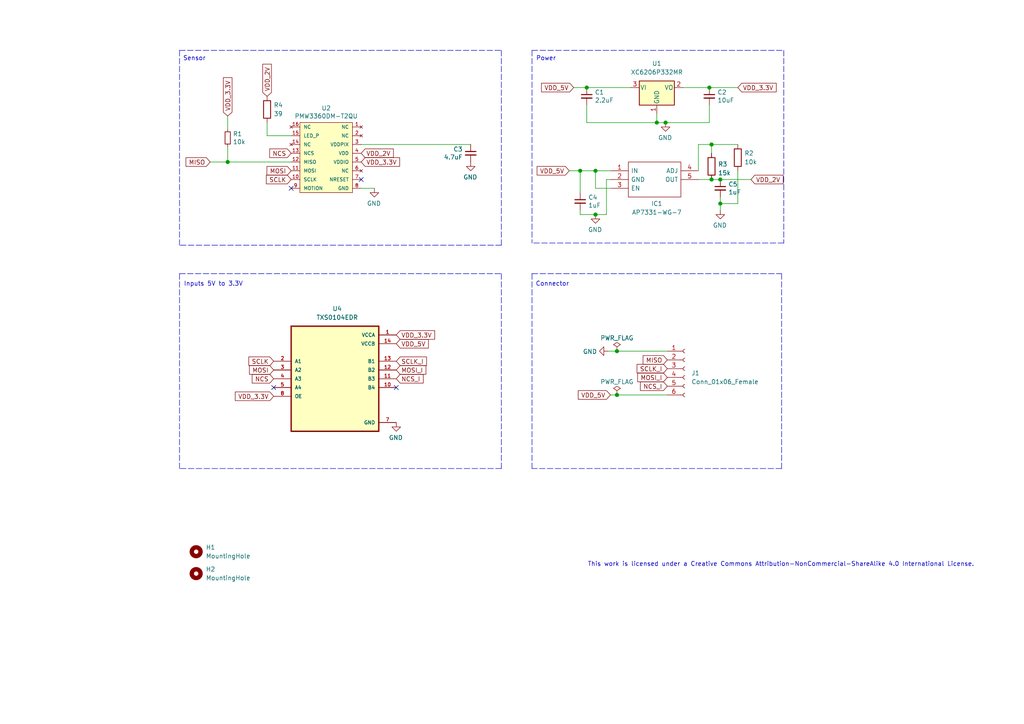
<source format=kicad_sch>
(kicad_sch (version 20230121) (generator eeschema)
  (paper "A4")
  (title_block (company "bastard keyboards") (comment 4 "Copyright Quentin Lebastard"))
  (lib_symbols
    (symbol "AP7331-WG-7:AP7331-WG-7" (pin_names (offset 0.762))
      (property "Reference" "IC" (at 21.59 7.62 0))
      (property "Value" "AP7331-WG-7" (at 21.59 5.08 0))
      (symbol "AP7331-WG-7_0_0"
        (pin passive line (at 0 0 0) (length 5.08) (name "IN") (number "1"))
        (pin passive line (at 0 -2.54 0) (length 5.08) (name "GND") (number "2"))
        (pin passive line (at 0 -5.08 0) (length 5.08) (name "EN") (number "3"))
        (pin passive line (at 25.4 0 180) (length 5.08) (name "ADJ") (number "4"))
        (pin passive line (at 25.4 -2.54 180) (length 5.08) (name "OUT") (number "5"))
      )
      (symbol "AP7331-WG-7_0_1"
        (polyline (pts (xy 5.08 2.54) (xy 20.32 2.54) (xy 20.32 -7.62) (xy 5.08 -7.62) (xy 5.08 2.54)) (stroke (width 0.1524)))
      )
    )
    (symbol "Connector:Conn_01x06_Female" (pin_names (offset 1.016) hide)
      (property "Reference" "J" (at 0 7.62 0))
      (property "Value" "Conn_01x06_Female" (at 0 -10.16 0))
      (symbol "Conn_01x06_Female_1_1"
        (arc (start 0 -7.112) (mid -0.5058 -7.62) (end 0 -8.128) (stroke (width 0.1524)))
        (arc (start 0 -4.572) (mid -0.5058 -5.08) (end 0 -5.588) (stroke (width 0.1524)))
        (arc (start 0 -2.032) (mid -0.5058 -2.54) (end 0 -3.048) (stroke (width 0.1524)))
        (polyline (pts (xy -1.27 -7.62) (xy -0.508 -7.62)) (stroke (width 0.1524)))
        (polyline (pts (xy -1.27 -5.08) (xy -0.508 -5.08)) (stroke (width 0.1524)))
        (polyline (pts (xy -1.27 -2.54) (xy -0.508 -2.54)) (stroke (width 0.1524)))
        (polyline (pts (xy -1.27 0) (xy -0.508 0)) (stroke (width 0.1524)))
        (polyline (pts (xy -1.27 2.54) (xy -0.508 2.54)) (stroke (width 0.1524)))
        (polyline (pts (xy -1.27 5.08) (xy -0.508 5.08)) (stroke (width 0.1524)))
        (arc (start 0 0.508) (mid -0.5058 0) (end 0 -0.508) (stroke (width 0.1524)))
        (arc (start 0 3.048) (mid -0.5058 2.54) (end 0 2.032) (stroke (width 0.1524)))
        (arc (start 0 5.588) (mid -0.5058 5.08) (end 0 4.572) (stroke (width 0.1524)))
        (pin passive line (at -5.08 5.08 0) (length 3.81) (name "Pin_1") (number "1"))
        (pin passive line (at -5.08 2.54 0) (length 3.81) (name "Pin_2") (number "2"))
        (pin passive line (at -5.08 0 0) (length 3.81) (name "Pin_3") (number "3"))
        (pin passive line (at -5.08 -2.54 0) (length 3.81) (name "Pin_4") (number "4"))
        (pin passive line (at -5.08 -5.08 0) (length 3.81) (name "Pin_5") (number "5"))
        (pin passive line (at -5.08 -7.62 0) (length 3.81) (name "Pin_6") (number "6"))
      )
    )
    (symbol "Device:C_Small" (pin_numbers hide) (pin_names (offset 0.254) hide)
      (property "Reference" "C" (at 0.254 1.778 0))
      (property "Value" "C_Small" (at 0.254 -2.032 0))
      (symbol "C_Small_0_1"
        (polyline (pts (xy -1.524 -0.508) (xy 1.524 -0.508)) (stroke (width 0.3302)))
        (polyline (pts (xy -1.524 0.508) (xy 1.524 0.508)) (stroke (width 0.3048)))
      )
      (symbol "C_Small_1_1"
        (pin passive line (at 0 2.54 270) (length 2.032) (name "~") (number "1"))
        (pin passive line (at 0 -2.54 90) (length 2.032) (name "~") (number "2"))
      )
    )
    (symbol "Device:R" (pin_numbers hide) (pin_names (offset 0))
      (property "Reference" "R" (at 2.032 0 90))
      (property "Value" "R" (at 0 0 90))
      (symbol "R_0_1"
        (rectangle (start -1.016 -2.54) (end 1.016 2.54) (stroke (width 0.254)))
      )
      (symbol "R_1_1"
        (pin passive line (at 0 3.81 270) (length 1.27) (name "~") (number "1"))
        (pin passive line (at 0 -3.81 90) (length 1.27) (name "~") (number "2"))
      )
    )
    (symbol "Device:R_Small" (pin_numbers hide) (pin_names (offset 0.254) hide)
      (property "Reference" "R" (at 0.762 0.508 0))
      (property "Value" "R_Small" (at 0.762 -1.016 0))
      (symbol "R_Small_0_1"
        (rectangle (start -0.762 1.778) (end 0.762 -1.778) (stroke (width 0.2032)))
      )
      (symbol "R_Small_1_1"
        (pin passive line (at 0 2.54 270) (length 0.762) (name "~") (number "1"))
        (pin passive line (at 0 -2.54 90) (length 0.762) (name "~") (number "2"))
      )
    )
    (symbol "Mechanical:MountingHole" (pin_names (offset 1.016))
      (property "Reference" "H" (at 0 5.08 0))
      (property "Value" "MountingHole" (at 0 3.175 0))
      (symbol "MountingHole_0_1"
        (circle (center 0 0) (radius 1.27) (stroke (width 1.27)))
      )
    )
    (symbol "Regulator_Linear:XC6206PxxxMR" (pin_names (offset 0.254))
      (property "Reference" "U" (at -3.81 3.175 0))
      (property "Value" "XC6206PxxxMR" (at 0 3.175 0))
      (symbol "XC6206PxxxMR_0_1"
        (rectangle (start -5.08 1.905) (end 5.08 -5.08) (stroke (width 0.254)) (fill (type background)))
      )
      (symbol "XC6206PxxxMR_1_1"
        (pin power_in line (at 0 -7.62 90) (length 2.54) (name "GND") (number "1"))
        (pin power_out line (at 7.62 0 180) (length 2.54) (name "VO") (number "2"))
        (pin power_in line (at -7.62 0 0) (length 2.54) (name "VI") (number "3"))
      )
    )
    (symbol "TXS0104EDR:TXS0104EDR" (pin_names (offset 1.016))
      (property "Reference" "U" (at -12.7 16.2306 0))
      (property "Value" "TXS0104EDR" (at -12.7 -19.2278 0))
      (symbol "TXS0104EDR_0_0"
        (rectangle (start -12.7 -15.24) (end 12.7 15.24) (stroke (width 0.4064)) (fill (type background)))
        (pin power_in line (at 17.78 12.7 180) (length 5.08) (name "VCCA") (number "1"))
        (pin output line (at 17.78 -2.54 180) (length 5.08) (name "B4") (number "10"))
        (pin output line (at 17.78 0 180) (length 5.08) (name "B3") (number "11"))
        (pin output line (at 17.78 2.54 180) (length 5.08) (name "B2") (number "12"))
        (pin output line (at 17.78 5.08 180) (length 5.08) (name "B1") (number "13"))
        (pin power_in line (at 17.78 10.16 180) (length 5.08) (name "VCCB") (number "14"))
        (pin input line (at -17.78 5.08 0) (length 5.08) (name "A1") (number "2"))
        (pin input line (at -17.78 2.54 0) (length 5.08) (name "A2") (number "3"))
        (pin input line (at -17.78 0 0) (length 5.08) (name "A3") (number "4"))
        (pin input line (at -17.78 -2.54 0) (length 5.08) (name "A4") (number "5"))
        (pin power_in line (at 17.78 -12.7 180) (length 5.08) (name "GND") (number "7"))
        (pin input line (at -17.78 -5.08 0) (length 5.08) (name "OE") (number "8"))
      )
    )
    (symbol "power:GND" (power) (pin_names (offset 0))
      (property "Value" "GND" (at 0 -3.81 0))
      (symbol "GND_0_1"
        (polyline (pts (xy 0 0) (xy 0 -1.27) (xy 1.27 -1.27) (xy 0 -2.54) (xy -1.27 -1.27) (xy 0 -1.27)))
      )
      (symbol "GND_1_1"
        (pin power_in line (at 0 0 270) (length 0) hide (name "GND") (number "1"))
      )
    )
    (symbol "power:PWR_FLAG" (power) (pin_numbers hide) (pin_names (offset 0) hide)
      (property "Value" "PWR_FLAG" (at 0 3.81 0))
      (symbol "PWR_FLAG_0_0"
        (pin power_out line (at 0 0 90) (length 0) (name "pwr") (number "1"))
      )
      (symbol "PWR_FLAG_0_1"
        (polyline (pts (xy 0 0) (xy 0 1.27) (xy -1.016 1.905) (xy 0 2.54) (xy 1.016 1.905) (xy 0 1.27)))
      )
    )
    (symbol "sensor-rescue:PWM3360-pwm3360" (pin_names (offset 1.016))
      (property "Reference" "U4" (at 0 14.351 0))
      (property "Value" "PMW3360DM-T2QU" (at 0 12.0396 0))
      (symbol "PWM3360-pwm3360_0_1"
        (rectangle (start -7.62 10.16) (end 7.62 -10.16) (fill (type background)))
      )
      (symbol "PWM3360-pwm3360_1_1"
        (pin no_connect line (at -10.16 8.89 0) (length 2.54) (name "NC") (number "1"))
        (pin input line (at 10.16 -6.35 180) (length 2.54) (name "SCLK") (number "10"))
        (pin input line (at 10.16 -3.81 180) (length 2.54) (name "MOSI") (number "11"))
        (pin output line (at 10.16 -1.27 180) (length 2.54) (name "MISO") (number "12"))
        (pin input line (at 10.16 1.27 180) (length 2.54) (name "NCS") (number "13"))
        (pin no_connect line (at 10.16 3.81 180) (length 2.54) (name "NC") (number "14"))
        (pin input line (at 10.16 6.35 180) (length 2.54) (name "LED_P") (number "15"))
        (pin no_connect line (at 10.16 8.89 180) (length 2.54) (name "NC") (number "16"))
        (pin no_connect line (at -10.16 6.35 0) (length 2.54) (name "NC") (number "2"))
        (pin power_out line (at -10.16 3.81 0) (length 2.54) (name "VDDPIX") (number "3"))
        (pin power_in line (at -10.16 1.27 0) (length 2.54) (name "VDD") (number "4"))
        (pin power_in line (at -10.16 -1.27 0) (length 2.54) (name "VDDIO") (number "5"))
        (pin no_connect line (at -10.16 -3.81 0) (length 2.54) (name "NC") (number "6"))
        (pin input line (at -10.16 -6.35 0) (length 2.54) (name "NRESET") (number "7"))
        (pin power_in line (at -10.16 -8.89 0) (length 2.54) (name "GND") (number "8"))
        (pin output line (at 10.16 -8.89 180) (length 2.54) (name "MOTION") (number "9"))
      )
    )
  )
  (junction (at 178.943 114.554) (diameter 1.016))
  (junction (at 193.04 35.56) (diameter 1.016))
  (junction (at 205.74 25.4) (diameter 1.016))
  (junction (at 168.275 49.53) (diameter 1.016))
  (junction (at 172.72 62.23) (diameter 1.016))
  (junction (at 170.18 25.4) (diameter 1.016))
  (junction (at 208.915 52.07) (diameter 1.016))
  (junction (at 190.5 35.56) (diameter 1.016))
  (junction (at 66.04 46.99) (diameter 1.016))
  (junction (at 172.72 49.53) (diameter 1.016))
  (junction (at 206.375 52.07) (diameter 1.016))
  (junction (at 178.943 101.854) (diameter 1.016))
  (junction (at 208.915 59.055) (diameter 1.016))
  (junction (at 206.375 41.91) (diameter 1.016))
  (no_connect (at 104.775 52.07))
  (no_connect (at 79.375 112.395))
  (no_connect (at 114.935 112.395))
  (no_connect (at 84.455 54.61))
  (wire (pts (xy 193.04 35.56) (xy 205.74 35.56)))
  (polyline (pts (xy 154.305 79.375) (xy 154.305 135.89)) (stroke (width 0) (type dash)))
  (wire (pts (xy 176.403 101.854) (xy 178.943 101.854)))
  (wire (pts (xy 178.943 101.854) (xy 193.548 101.854)))
  (wire (pts (xy 170.18 30.48) (xy 170.18 35.56)))
  (polyline (pts (xy 145.415 79.375) (xy 145.415 135.89)) (stroke (width 0) (type dash)))
  (wire (pts (xy 168.275 49.53) (xy 168.275 55.88)))
  (wire (pts (xy 170.18 35.56) (xy 190.5 35.56)))
  (wire (pts (xy 190.5 35.56) (xy 193.04 35.56)))
  (wire (pts (xy 198.12 25.4) (xy 205.74 25.4)))
  (polyline (pts (xy 226.695 135.89) (xy 154.305 135.89)) (stroke (width 0) (type dash)))
  (polyline (pts (xy 52.07 79.375) (xy 145.415 79.375)) (stroke (width 0) (type dash)))
  (polyline (pts (xy 226.695 79.375) (xy 226.695 135.89)) (stroke (width 0) (type dash)))
  (wire (pts (xy 60.96 46.99) (xy 66.04 46.99)))
  (wire (pts (xy 104.775 41.91) (xy 136.525 41.91)))
  (wire (pts (xy 202.565 41.91) (xy 202.565 49.53)))
  (polyline (pts (xy 52.07 79.375) (xy 52.07 135.89)) (stroke (width 0) (type dash)))
  (wire (pts (xy 168.275 62.23) (xy 168.275 60.96)))
  (wire (pts (xy 172.72 62.23) (xy 168.275 62.23)))
  (wire (pts (xy 175.895 52.07) (xy 175.895 62.23)))
  (wire (pts (xy 175.895 62.23) (xy 172.72 62.23)))
  (wire (pts (xy 177.165 52.07) (xy 175.895 52.07)))
  (polyline (pts (xy 145.415 135.89) (xy 52.07 135.89)) (stroke (width 0) (type dash)))
  (wire (pts (xy 208.915 52.07) (xy 217.805 52.07)))
  (wire (pts (xy 66.04 42.545) (xy 66.04 46.99)))
  (wire (pts (xy 66.04 46.99) (xy 84.455 46.99)))
  (wire (pts (xy 206.375 41.91) (xy 206.375 44.45)))
  (polyline (pts (xy 154.305 79.375) (xy 226.695 79.375)) (stroke (width 0) (type dash)))
  (polyline (pts (xy 145.415 14.605) (xy 145.415 71.12)) (stroke (width 0) (type dash)))
  (polyline (pts (xy 52.07 14.605) (xy 145.415 14.605)) (stroke (width 0) (type dash)))
  (wire (pts (xy 205.74 25.4) (xy 213.995 25.4)))
  (wire (pts (xy 166.37 25.4) (xy 170.18 25.4)))
  (wire (pts (xy 213.995 49.53) (xy 213.995 59.055)))
  (wire (pts (xy 213.995 59.055) (xy 208.915 59.055)))
  (polyline (pts (xy 154.305 14.605) (xy 154.305 70.485)) (stroke (width 0) (type dash)))
  (polyline (pts (xy 154.305 14.605) (xy 227.33 14.605)) (stroke (width 0) (type dash)))
  (polyline (pts (xy 227.33 14.605) (xy 227.33 70.485)) (stroke (width 0) (type dash)))
  (polyline (pts (xy 227.33 70.485) (xy 154.305 70.485)) (stroke (width 0) (type dash)))
  (wire (pts (xy 66.04 33.655) (xy 66.04 37.465)))
  (wire (pts (xy 170.18 25.4) (xy 182.88 25.4)))
  (wire (pts (xy 172.72 54.61) (xy 172.72 49.53)))
  (wire (pts (xy 177.165 54.61) (xy 172.72 54.61)))
  (wire (pts (xy 190.5 33.02) (xy 190.5 35.56)))
  (wire (pts (xy 205.74 30.48) (xy 205.74 35.56)))
  (wire (pts (xy 104.775 54.61) (xy 108.585 54.61)))
  (wire (pts (xy 202.565 41.91) (xy 206.375 41.91)))
  (wire (pts (xy 177.038 114.554) (xy 178.943 114.554)))
  (wire (pts (xy 178.943 114.554) (xy 193.548 114.554)))
  (wire (pts (xy 202.565 52.07) (xy 206.375 52.07)))
  (wire (pts (xy 206.375 52.07) (xy 208.915 52.07)))
  (polyline (pts (xy 145.415 71.12) (xy 52.07 71.12)) (stroke (width 0) (type dash)))
  (wire (pts (xy 206.375 41.91) (xy 213.995 41.91)))
  (wire (pts (xy 77.47 39.37) (xy 77.47 35.56)))
  (wire (pts (xy 84.455 39.37) (xy 77.47 39.37)))
  (polyline (pts (xy 52.07 14.605) (xy 52.07 71.12)) (stroke (width 0) (type dash)))
  (wire (pts (xy 165.1 49.53) (xy 168.275 49.53)))
  (wire (pts (xy 168.275 49.53) (xy 172.72 49.53)))
  (wire (pts (xy 172.72 49.53) (xy 177.165 49.53)))
  (wire (pts (xy 208.915 57.15) (xy 208.915 59.055)))
  (wire (pts (xy 208.915 59.055) (xy 208.915 60.96)))
  (text "This work is licensed under a Creative Commons Attribution-NonCommercial-ShareAlike 4.0 International License." (at 282.575 164.465 0) (effects (font (size 1.27 1.27)) (justify right bottom)))
  (text "Power" (at 161.29 17.78 0) (effects (font (size 1.27 1.27)) (justify right bottom)))
  (text "Sensor" (at 59.69 17.78 0) (effects (font (size 1.27 1.27)) (justify right bottom)))
  (text "Inputs 5V to 3.3V" (at 70.485 83.185 0) (effects (font (size 1.27 1.27)) (justify right bottom)))
  (text "Connector" (at 165.1 83.185 0) (effects (font (size 1.27 1.27)) (justify right bottom)))
  (global_label "VDD_3.3V" (shape input) (at 66.04 33.655 90) (property "Intersheetrefs" "${INTERSHEET_REFS}" (effects hide)))
  (global_label "SCLK" (shape input) (at 84.455 52.07 180) (property "Intersheetrefs" "${INTERSHEET_REFS}" (effects hide)))
  (global_label "NCS" (shape input) (at 84.455 44.45 180) (property "Intersheetrefs" "${INTERSHEET_REFS}" (effects hide)))
  (global_label "NCS" (shape input) (at 79.375 109.855 180) (property "Intersheetrefs" "${INTERSHEET_REFS}" (effects hide)))
  (global_label "VDD_2V" (shape input) (at 217.805 52.07 0) (property "Intersheetrefs" "${INTERSHEET_REFS}" (effects hide)))
  (global_label "VDD_5V" (shape input) (at 114.935 99.695 0) (property "Intersheetrefs" "${INTERSHEET_REFS}" (effects hide)))
  (global_label "VDD_3.3V" (shape input) (at 104.775 46.99 0) (property "Intersheetrefs" "${INTERSHEET_REFS}" (effects hide)))
  (global_label "MISO" (shape input) (at 193.548 104.394 180) (property "Intersheetrefs" "${INTERSHEET_REFS}" (effects hide)))
  (global_label "MOSI_I" (shape input) (at 193.548 109.474 180) (property "Intersheetrefs" "${INTERSHEET_REFS}" (effects hide)))
  (global_label "VDD_3.3V" (shape input) (at 114.935 97.155 0) (property "Intersheetrefs" "${INTERSHEET_REFS}" (effects hide)))
  (global_label "SCLK_I" (shape input) (at 114.935 104.775 0) (property "Intersheetrefs" "${INTERSHEET_REFS}" (effects hide)))
  (global_label "NCS_I" (shape input) (at 193.548 112.014 180) (property "Intersheetrefs" "${INTERSHEET_REFS}" (effects hide)))
  (global_label "VDD_5V" (shape input) (at 166.37 25.4 180) (property "Intersheetrefs" "${INTERSHEET_REFS}" (effects hide)))
  (global_label "VDD_2V" (shape input) (at 104.775 44.45 0) (property "Intersheetrefs" "${INTERSHEET_REFS}" (effects hide)))
  (global_label "VDD_2V" (shape input) (at 77.47 27.94 90) (property "Intersheetrefs" "${INTERSHEET_REFS}" (effects hide)))
  (global_label "VDD_3.3V" (shape input) (at 79.375 114.935 180) (property "Intersheetrefs" "${INTERSHEET_REFS}" (effects hide)))
  (global_label "SCLK" (shape input) (at 79.375 104.775 180) (property "Intersheetrefs" "${INTERSHEET_REFS}" (effects hide)))
  (global_label "MISO" (shape input) (at 60.96 46.99 180) (property "Intersheetrefs" "${INTERSHEET_REFS}" (effects hide)))
  (global_label "MOSI" (shape input) (at 84.455 49.53 180) (property "Intersheetrefs" "${INTERSHEET_REFS}" (effects hide)))
  (global_label "VDD_5V" (shape input) (at 165.1 49.53 180) (property "Intersheetrefs" "${INTERSHEET_REFS}" (effects hide)))
  (global_label "VDD_5V" (shape input) (at 177.038 114.554 180) (property "Intersheetrefs" "${INTERSHEET_REFS}" (effects hide)))
  (global_label "NCS_I" (shape input) (at 114.935 109.855 0) (property "Intersheetrefs" "${INTERSHEET_REFS}" (effects hide)))
  (global_label "VDD_3.3V" (shape input) (at 213.995 25.4 0) (property "Intersheetrefs" "${INTERSHEET_REFS}" (effects hide)))
  (global_label "MOSI" (shape input) (at 79.375 107.315 180) (property "Intersheetrefs" "${INTERSHEET_REFS}" (effects hide)))
  (global_label "MOSI_I" (shape input) (at 114.935 107.315 0) (property "Intersheetrefs" "${INTERSHEET_REFS}" (effects hide)))
  (global_label "SCLK_I" (shape input) (at 193.548 106.934 180) (property "Intersheetrefs" "${INTERSHEET_REFS}" (effects hide)))
  (symbol (lib_id "sensor-rescue:PWM3360-pwm3360") (at 94.615 45.72 0) (mirror y) (unit 1)
    (property "Reference" "U2" (at 94.615 31.369 0))
    (property "Value" "PMW3360DM-T2QU" (at 94.615 33.6804 0))
    (property "Footprint" "jw_custom_footprint:PMW3360DM_DIP-16_W10.16mm" (effects hide))
  )
  (symbol (lib_id "Device:C_Small") (at 136.525 44.45 0) (mirror y) (unit 1)
    (property "Reference" "C3" (at 134.1882 43.2816 0) (effects (justify left)))
    (property "Value" "4.7uF" (at 134.1882 45.593 0) (effects (justify left)))
    (property "Footprint" "Capacitor_SMD:C_1206_3216Metric_Pad1.42x1.75mm_HandSolder" (effects hide))
    (property "LCSC" " C29823" (effects hide))
  )
  (symbol (lib_id "power:GND") (at 136.525 46.99 0) (mirror y) (unit 1)
    (property "Reference" "#PWR02" (effects hide))
    (property "Value" "GND" (at 136.398 51.3842 0))
  )
  (symbol (lib_id "power:GND") (at 108.585 54.61 0) (mirror y) (unit 1)
    (property "Reference" "#PWR03" (effects hide))
    (property "Value" "GND" (at 108.458 59.0042 0))
  )
  (symbol (lib_id "Connector:Conn_01x06_Female") (at 198.628 106.934 0) (unit 1)
    (property "Reference" "J1" (at 200.533 108.204 0) (effects (justify left)))
    (property "Value" "Conn_01x06_Female" (at 200.533 110.744 0) (effects (justify left)))
    (property "Footprint" "Connector_Hirose:Hirose_DF13-06P-1.25DS_1x06_P1.25mm_Horizontal" (effects hide))
  )
  (symbol (lib_id "Device:C_Small") (at 208.915 54.61 0) (unit 1)
    (property "Reference" "C5" (at 211.2518 53.4416 0) (effects (justify left)))
    (property "Value" "1uF" (at 211.252 55.753 0) (effects (justify left)))
    (property "Footprint" "Capacitor_SMD:C_1206_3216Metric_Pad1.42x1.75mm_HandSolder" (effects hide))
    (property "LCSC" "C1926" (effects hide))
  )
  (symbol (lib_id "power:GND") (at 208.915 60.96 0) (mirror y) (unit 1)
    (property "Reference" "#PWR06" (effects hide))
    (property "Value" "GND" (at 208.788 65.3542 0))
  )
  (symbol (lib_id "Device:C_Small") (at 168.275 58.42 0) (unit 1)
    (property "Reference" "C4" (at 170.6118 57.2516 0) (effects (justify left)))
    (property "Value" "1uF" (at 170.6118 59.563 0) (effects (justify left)))
    (property "Footprint" "Capacitor_SMD:C_1206_3216Metric_Pad1.42x1.75mm_HandSolder" (effects hide))
    (property "LCSC" "C1926" (effects hide))
  )
  (symbol (lib_id "TXS0104EDR:TXS0104EDR") (at 97.155 109.855 0) (unit 1)
    (property "Reference" "U4" (at 97.79 89.535 0))
    (property "Value" "TXS0104EDR" (at 97.79 92.075 0))
    (property "Footprint" "local:SOIC127P600X175-14N" (effects hide))
    (property "LCSC" "C79342" (effects hide))
  )
  (symbol (lib_id "Device:C_Small") (at 170.18 27.94 0) (unit 1)
    (property "Reference" "C1" (at 172.5168 26.7716 0) (effects (justify left)))
    (property "Value" "2.2uF" (at 172.517 29.083 0) (effects (justify left)))
    (property "Footprint" "Capacitor_SMD:C_1206_3216Metric_Pad1.42x1.75mm_HandSolder" (effects hide))
    (property "LCSC" " C1858" (effects hide))
  )
  (symbol (lib_id "Device:R") (at 213.995 45.72 0) (unit 1)
    (property "Reference" "R2" (at 215.9 44.45 0) (effects (justify left)))
    (property "Value" "10k" (at 215.9 46.99 0) (effects (justify left)))
    (property "Footprint" "Resistor_SMD:R_1206_3216Metric_Pad1.42x1.75mm_HandSolder" (effects hide))
    (property "LCSC" "C328409" (effects hide))
  )
  (symbol (lib_id "Device:R") (at 206.375 48.26 0) (unit 1)
    (property "Reference" "R3" (at 208.28 47.625 0) (effects (justify left)))
    (property "Value" "15k" (at 208.28 50.165 0) (effects (justify left)))
    (property "Footprint" "Resistor_SMD:R_1206_3216Metric_Pad1.42x1.75mm_HandSolder" (effects hide))
    (property "LCSC" "C351534" (effects hide))
  )
  (symbol (lib_id "Mechanical:MountingHole") (at 56.896 166.37 0) (unit 1)
    (property "Reference" "H2" (at 59.69 165.1 0) (effects (justify left)))
    (property "Value" "MountingHole" (at 59.69 167.64 0) (effects (justify left)))
    (property "Footprint" "MountingHole:MountingHole_3.2mm_M3_ISO7380_Pad" (effects hide))
  )
  (symbol (lib_id "power:PWR_FLAG") (at 178.943 101.854 0) (unit 1)
    (property "Reference" "#FLG01" (effects hide))
    (property "Value" "PWR_FLAG" (at 178.943 98.044 0))
  )
  (symbol (lib_id "Device:R") (at 77.47 31.75 0) (unit 1)
    (property "Reference" "R4" (at 79.375 30.48 0) (effects (justify left)))
    (property "Value" "39" (at 79.375 33.02 0) (effects (justify left)))
    (property "Footprint" "Resistor_SMD:R_1206_3216Metric_Pad1.42x1.75mm_HandSolder" (effects hide))
    (property "LCSC" "C153384" (effects hide))
  )
  (symbol (lib_id "power:GND") (at 172.72 62.23 0) (mirror y) (unit 1)
    (property "Reference" "#PWR04" (effects hide))
    (property "Value" "GND" (at 172.593 66.6242 0))
  )
  (symbol (lib_id "power:GND") (at 176.403 101.854 270) (unit 1)
    (property "Reference" "#PWR05" (effects hide))
    (property "Value" "GND" (at 173.1518 101.981 90) (effects (justify right)))
  )
  (symbol (lib_id "power:PWR_FLAG") (at 178.943 114.554 0) (unit 1)
    (property "Reference" "#FLG02" (effects hide))
    (property "Value" "PWR_FLAG" (at 178.943 110.744 0))
  )
  (symbol (lib_id "AP7331-WG-7:AP7331-WG-7") (at 177.165 49.53 0) (unit 1)
    (property "Reference" "IC1" (at 190.5 59.055 0))
    (property "Value" "AP7331-WG-7" (at 190.5 61.595 0))
    (property "Footprint" "local:AP7331" (effects hide))
    (property "Datasheet" "http://uk.rs-online.com/web/p/products/7513083" (effects hide))
    (property "Description" "LDO Voltage Regulators LDO SOT-25 ADJUSTABLE 300MA" (effects hide))
    (property "Height" "1.45" (effects hide))
    (property "Manufacturer_Name" "Diodes Inc." (effects hide))
    (property "Manufacturer_Part_Number" "AP7331-WG-7" (effects hide))
    (property "Mouser Part Number" "621-AP7331-WG-7" (effects hide))
    (property "Mouser Price/Stock" "https://www.mouser.co.uk/ProductDetail/Diodes-Incorporated/AP7331-WG-7?qs=vIZ3oKQCLxr9PiNSCoXN%2FQ%3D%3D" (effects hide))
    (property "Arrow Part Number" "AP7331-WG-7" (effects hide))
    (property "Arrow Price/Stock" "https://www.arrow.com/en/products/ap7331-wg-7/diodes-incorporated?region=nac" (effects hide))
    (property "LCSC" "C460382" (effects hide))
  )
  (symbol (lib_id "Device:C_Small") (at 205.74 27.94 0) (unit 1)
    (property "Reference" "C2" (at 208.0768 26.7716 0) (effects (justify left)))
    (property "Value" "10uF" (at 208.077 29.083 0) (effects (justify left)))
    (property "Footprint" "Capacitor_SMD:C_1206_3216Metric_Pad1.42x1.75mm_HandSolder" (effects hide))
    (property "LCSC" "C152957" (effects hide))
  )
  (symbol (lib_id "power:GND") (at 114.935 122.555 0) (mirror y) (unit 1)
    (property "Reference" "#PWR0101" (effects hide))
    (property "Value" "GND" (at 114.808 126.9492 0))
  )
  (symbol (lib_id "Mechanical:MountingHole") (at 56.896 160.02 0) (unit 1)
    (property "Reference" "H1" (at 59.69 158.75 0) (effects (justify left)))
    (property "Value" "MountingHole" (at 59.69 161.29 0) (effects (justify left)))
    (property "Footprint" "MountingHole:MountingHole_3.2mm_M3_ISO7380_Pad" (effects hide))
  )
  (symbol (lib_id "power:GND") (at 193.04 35.56 0) (mirror y) (unit 1)
    (property "Reference" "#PWR01" (effects hide))
    (property "Value" "GND" (at 192.913 39.9542 0))
  )
  (symbol (lib_id "Regulator_Linear:XC6206PxxxMR") (at 190.5 25.4 0) (unit 1)
    (property "Reference" "U1" (at 190.5 18.415 0))
    (property "Value" "XC6206P332MR" (at 190.5 20.955 0))
    (property "Footprint" "Package_TO_SOT_SMD:TSOT-23_HandSoldering" (effects hide))
    (property "Datasheet" "https://www.torexsemi.com/file/xc6206/XC6206.pdf" (effects hide))
    (property "LCSC" "C347376" (effects hide))
  )
  (symbol (lib_id "Device:R_Small") (at 66.04 40.005 0) (unit 1)
    (property "Reference" "R1" (at 67.5386 38.8366 0) (effects (justify left)))
    (property "Value" "10k" (at 67.5386 41.148 0) (effects (justify left)))
    (property "Footprint" "Resistor_SMD:R_1206_3216Metric_Pad1.42x1.75mm_HandSolder" (effects hide))
    (property "LCSC" "C328409" (effects hide))
  )
)
</source>
